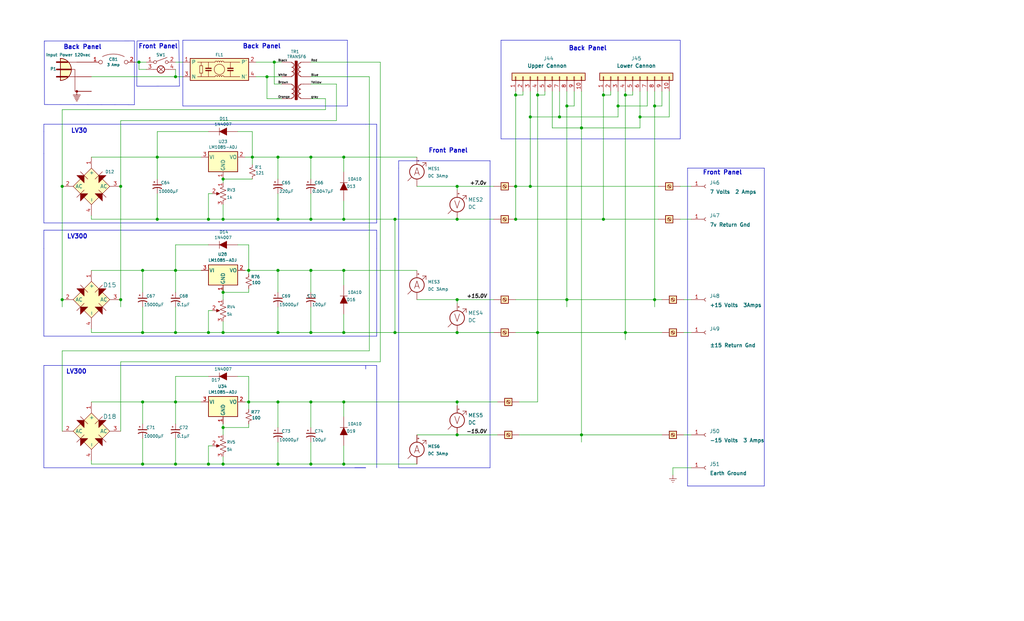
<source format=kicad_sch>
(kicad_sch (version 20231120) (generator "eeschema") (generator_version "8.0")
  (paper "USLegal")
  (title_block (title "Synth #2") (date "2023-07-27") (rev "0.1") (company "      MLE Tech                  Cedar Park, TX") (comment 2 "In Development"))
  (lib_symbols
    (symbol "Connector:Conn_01x01_Female" (pin_names (offset 1.016) hide)
      (property "Reference" "J" (at 0 2.54 0))
      (property "Value" "Conn_01x01_Female" (at 0 -2.54 0))
      (symbol "Conn_01x01_Female_1_1"
        (pin passive line (at -5.08 0 0) (length 3.81) (name "Pin_1") (number "1"))
      )
    )
    (symbol "Connector:Conn_WallPlug_Earth" (pin_numbers hide) (pin_names (offset 0) hide)
      (property "Reference" "P" (at 0 3.81 0))
      (property "Value" "Conn_WallPlug_Earth" (at -5.08 0 90))
      (symbol "Conn_WallPlug_Earth_1_1"
        (pin power_out line (at 7.62 2.54 180) (length 5.08) (name "AC_P") (number "1"))
        (pin power_out line (at 7.62 -2.54 180) (length 5.08) (name "AC_N") (number "2"))
        (pin passive line (at 7.62 -7.62 180) (length 5.08) (name "EARTH") (number "3"))
      )
    )
    (symbol "Connector_Generic:Conn_01x10" (pin_names (offset 1.016) hide)
      (property "Reference" "J" (at 0 12.7 0))
      (property "Value" "Conn_01x10" (at 0 -15.24 0))
      (symbol "Conn_01x10_1_1"
        (pin passive line (at -5.08 10.16 0) (length 3.81) (name "Pin_1") (number "1"))
        (pin passive line (at -5.08 -12.7 0) (length 3.81) (name "Pin_10") (number "10"))
        (pin passive line (at -5.08 7.62 0) (length 3.81) (name "Pin_2") (number "2"))
        (pin passive line (at -5.08 5.08 0) (length 3.81) (name "Pin_3") (number "3"))
        (pin passive line (at -5.08 2.54 0) (length 3.81) (name "Pin_4") (number "4"))
        (pin passive line (at -5.08 0 0) (length 3.81) (name "Pin_5") (number "5"))
        (pin passive line (at -5.08 -2.54 0) (length 3.81) (name "Pin_6") (number "6"))
        (pin passive line (at -5.08 -5.08 0) (length 3.81) (name "Pin_7") (number "7"))
        (pin passive line (at -5.08 -7.62 0) (length 3.81) (name "Pin_8") (number "8"))
        (pin passive line (at -5.08 -10.16 0) (length 3.81) (name "Pin_9") (number "9"))
      )
    )
    (symbol "Device:Ammeter_DC" (pin_numbers hide) (pin_names (offset 0.0254) hide)
      (property "Reference" "MES" (at -3.302 1.016 0))
      (property "Value" "Ammeter_DC" (at -3.302 -0.762 0))
      (symbol "Ammeter_DC_0_0"
        (text "A" (at 0 0 0) (effects (font (size 2.54 2.54))))
      )
      (symbol "Ammeter_DC_1_1"
        (pin passive line (at 0 -5.08 90) (length 2.54) (name "-") (number "1"))
        (pin passive line (at 0 5.08 270) (length 2.54) (name "+") (number "2"))
      )
    )
    (symbol "Device:C_Polarized_Small_US" (pin_numbers hide) (pin_names (offset 0.254) hide)
      (property "Reference" "C" (at 0.254 1.778 0))
      (property "Value" "C_Polarized_Small_US" (at 0.254 -2.032 0))
      (symbol "C_Polarized_Small_US_1_1"
        (pin passive line (at 0 2.54 270) (length 2.032) (name "~") (number "1"))
        (pin passive line (at 0 -2.54 90) (length 2.032) (name "~") (number "2"))
      )
    )
    (symbol "Device:CircuitBreaker_1P_US"
      (property "Reference" "CB" (at 3.175 -1.27 0))
      (property "Value" "CircuitBreaker_1P_US" (at 3.175 0.635 0))
      (symbol "CircuitBreaker_1P_US_1_1"
        (pin passive line (at 0 7.62 270) (length 2.54) (name "~") (number "1"))
        (pin passive line (at 0 -7.62 90) (length 2.54) (name "~") (number "2"))
      )
    )
    (symbol "Device:R_Potentiometer_US" (pin_names (offset 1.016) hide)
      (property "Reference" "RV" (at -4.445 0 90))
      (property "Value" "R_Potentiometer_US" (at -2.54 0 90))
      (symbol "R_Potentiometer_US_1_1"
        (pin passive line (at 0 3.81 270) (length 1.27) (name "1") (number "1"))
        (pin passive line (at 3.81 0 180) (length 1.27) (name "2") (number "2"))
        (pin passive line (at 0 -3.81 90) (length 1.27) (name "3") (number "3"))
      )
    )
    (symbol "Device:R_Small_US" (pin_numbers hide) (pin_names (offset 0.254) hide)
      (property "Reference" "R" (at 0.762 0.508 0))
      (property "Value" "R_Small_US" (at 0.762 -1.016 0))
      (symbol "R_Small_US_1_1"
        (pin passive line (at 0 2.54 270) (length 1.016) (name "~") (number "1"))
        (pin passive line (at 0 -2.54 90) (length 1.016) (name "~") (number "2"))
      )
    )
    (symbol "Device:Voltmeter_DC" (pin_numbers hide) (pin_names (offset 0.0254) hide)
      (property "Reference" "MES" (at -3.302 1.016 0))
      (property "Value" "Voltmeter_DC" (at -3.302 -0.762 0))
      (symbol "Voltmeter_DC_0_0"
        (text "V" (at 0 0 0) (effects (font (size 2.54 2.54))))
      )
      (symbol "Voltmeter_DC_1_1"
        (pin passive line (at 0 -5.08 90) (length 2.54) (name "-") (number "1"))
        (pin passive line (at 0 5.08 270) (length 2.54) (name "+") (number "2"))
      )
    )
    (symbol "Filter:1FP45-0R"
      (property "Reference" "FL" (at 0 7.62 0))
      (property "Value" "1FP45-0R" (at 0 5.08 0))
      (symbol "1FP45-0R_1_1"
        (pin passive line (at -12.7 2.54 0) (length 2.54) (name "P") (number "1"))
        (pin passive line (at 12.7 2.54 180) (length 2.54) (name "P'") (number "2"))
        (pin passive line (at -12.7 -2.54 0) (length 2.54) (name "N") (number "3"))
        (pin passive line (at 12.7 -2.54 180) (length 2.54) (name "N'") (number "4"))
      )
    )
    (symbol "Regulator_Linear:LM1117-5.0" (pin_names (offset 0.254))
      (property "Reference" "U" (at -3.81 3.175 0))
      (property "Value" "LM1117-5.0" (at 0 3.175 0))
      (symbol "LM1117-5.0_1_1"
        (pin power_in line (at 0 -7.62 90) (length 2.54) (name "GND") (number "1"))
        (pin power_out line (at 7.62 0 180) (length 2.54) (name "VO") (number "2"))
        (pin power_in line (at -7.62 0 0) (length 2.54) (name "VI") (number "3"))
      )
    )
    (symbol "ScrewTerminal:Screw_Terminal"
      (symbol "Screw_Terminal_1_1"
        (pin bidirectional line (at -5.08 -2.54 0) (length 2.54) (name "") (number ""))
        (pin bidirectional line (at 2.54 -2.54 180) (length 2.54) (name "") (number ""))
      )
    )
    (symbol "Switch:SW_SPST_Lamp" (pin_names (offset 1.016) hide)
      (property "Reference" "SW" (at 0.635 5.715 0))
      (property "Value" "SW_SPST_Lamp" (at 0 -3.175 0))
      (symbol "SW_SPST_Lamp_0_1"
        (pin passive line (at -5.08 2.54 0) (length 2.54) (name "1") (number "1"))
        (pin passive line (at 5.08 2.54 180) (length 2.54) (name "2") (number "2"))
        (pin passive line (at -5.08 0 0) (length 2.54) (name "L") (number "3"))
        (pin passive line (at 5.08 0 180) (length 2.54) (name "L") (number "4"))
      )
    )
    (symbol "Transformer:TRANSF6" (pin_numbers hide) (pin_names (offset 0))
      (property "Reference" "TR" (at 0 10.16 0))
      (property "Value" "TRANSF6" (at 0 -7.62 0))
      (symbol "TRANSF6_1_1"
        (pin passive line (at -5.08 7.62 0) (length 2.54) (name "~") (number "1"))
        (pin passive line (at -5.08 2.54 0) (length 2.54) (name "~") (number "2"))
        (pin passive line (at -5.08 0 0) (length 2.54) (name "~") (number "3"))
        (pin passive line (at -5.08 -5.08 0) (length 2.54) (name "~") (number "4"))
        (pin passive line (at 5.08 -5.08 180) (length 2.54) (name "~") (number "5"))
        (pin passive line (at 5.08 0 180) (length 2.54) (name "~") (number "6"))
        (pin passive line (at 5.08 2.54 180) (length 2.54) (name "~") (number "7"))
        (pin passive line (at 5.08 7.62 180) (length 2.54) (name "~") (number "8"))
      )
    )
    (symbol "dk_Diodes-Bridge-Rectifiers:KBP04G" (pin_names (offset 0.762))
      (property "Reference" "D" (at -7.62 6.35 0))
      (property "Value" "KBP04G" (at 1.27 -7.62 0))
      (symbol "KBP04G_1_1"
        (pin power_out line (at 10.16 0 180) (length 3.81) (name "+") (number "1"))
        (pin power_in line (at 0 10.16 270) (length 3.81) (name "AC") (number "2"))
        (pin power_in line (at 0 -10.16 90) (length 3.81) (name "AC") (number "3"))
        (pin power_out line (at -10.16 0 0) (length 3.81) (name "-") (number "4"))
      )
    )
    (symbol "dk_Diodes-Rectifiers-Single:1N4007-T_NRND" (pin_numbers hide) (pin_names (offset 0) hide)
      (property "Reference" "D" (at 0 2.54 0))
      (property "Value" "1N4007-T_NRND" (at 0 -2.54 0))
      (symbol "1N4007-T_NRND_1_1"
        (pin passive line (at -5.08 0 0) (length 3.81) (name "~") (number "A"))
        (pin passive line (at 5.08 0 180) (length 3.81) (name "~") (number "K"))
      )
    )
    (symbol "power:Earth" (power) (pin_names (offset 0))
      (symbol "Earth_1_1"
        (pin power_in line (at 0 0 270) (length 0) hide (name "Earth") (number "1"))
      )
    )
  )
  (junction (at 77.47 161.29))
  (junction (at 60.96 93.98))
  (junction (at 119.38 54.61))
  (junction (at 49.53 93.98))
  (junction (at 201.93 44.45))
  (junction (at 186.69 115.57))
  (junction (at 60.96 139.7))
  (junction (at 209.55 76.2))
  (junction (at 194.31 40.64))
  (junction (at 95.25 21.59))
  (junction (at 72.39 115.57))
  (junction (at 107.95 161.29))
  (junction (at 96.52 139.7))
  (junction (at 107.95 115.57))
  (junction (at 77.47 76.2))
  (junction (at 184.15 64.77))
  (junction (at 184.15 40.64))
  (junction (at 96.52 115.57))
  (junction (at 54.61 76.2))
  (junction (at 107.95 76.2))
  (junction (at 158.75 115.57))
  (junction (at 201.93 151.13))
  (junction (at 49.53 161.29))
  (junction (at 209.55 33.02))
  (junction (at 119.38 139.7))
  (junction (at 107.95 93.98))
  (junction (at 41.91 64.77))
  (junction (at 60.96 115.57))
  (junction (at 49.53 115.57))
  (junction (at 49.53 139.7))
  (junction (at 87.63 54.61))
  (junction (at 158.75 64.77))
  (junction (at 86.36 139.7))
  (junction (at 48.26 21.59))
  (junction (at 119.38 93.98))
  (junction (at 77.47 62.23))
  (junction (at 54.61 54.61))
  (junction (at 158.75 151.13))
  (junction (at 96.52 161.29))
  (junction (at 60.96 161.29))
  (junction (at 227.33 36.83))
  (junction (at 77.47 101.6))
  (junction (at 186.69 33.02))
  (junction (at 179.07 33.02))
  (junction (at 72.39 161.29))
  (junction (at 119.38 115.57))
  (junction (at 119.38 161.29))
  (junction (at 222.25 40.64))
  (junction (at 72.39 76.2))
  (junction (at 96.52 93.98))
  (junction (at 137.16 76.2))
  (junction (at 137.16 115.57))
  (junction (at 119.38 76.2))
  (junction (at 21.59 104.14))
  (junction (at 196.85 36.83))
  (junction (at 217.17 115.57))
  (junction (at 158.75 76.2))
  (junction (at 179.07 64.77))
  (junction (at 107.95 139.7))
  (junction (at 227.33 104.14))
  (junction (at 21.59 64.77))
  (junction (at 107.95 54.61))
  (junction (at 92.71 26.67))
  (junction (at 217.17 33.02))
  (junction (at 77.47 115.57))
  (junction (at 96.52 76.2))
  (junction (at 60.96 26.67))
  (junction (at 214.63 36.83))
  (junction (at 77.47 148.59))
  (junction (at 86.36 93.98))
  (junction (at 41.91 104.14))
  (junction (at 158.75 139.7))
  (junction (at 158.75 104.14))
  (junction (at 96.52 54.61))
  (junction (at 179.07 76.2))
  (junction (at 196.85 104.14))
  (wire (pts (xy 49.53 161.29) (xy 60.96 161.29)))
  (wire (pts (xy 86.36 95.25) (xy 86.36 93.98)))
  (wire (pts (xy 171.45 76.2) (xy 158.75 76.2)))
  (wire (pts (xy 107.95 93.98) (xy 119.38 93.98)))
  (wire (pts (xy 21.59 38.1) (xy 21.59 64.77)))
  (wire (pts (xy 86.36 148.59) (xy 77.47 148.59)))
  (wire (pts (xy 186.69 33.02) (xy 186.69 115.57)))
  (polyline (pts (xy 130.81 43.18) (xy 130.81 77.47)))
  (wire (pts (xy 86.36 139.7) (xy 85.09 139.7)))
  (wire (pts (xy 227.33 36.83) (xy 227.33 104.14)))
  (wire (pts (xy 224.79 36.83) (xy 214.63 36.83)))
  (wire (pts (xy 237.49 115.57) (xy 240.03 115.57)))
  (wire (pts (xy 214.63 31.75) (xy 214.63 36.83)))
  (wire (pts (xy 48.26 24.13) (xy 48.26 21.59)))
  (polyline (pts (xy 130.81 127) (xy 130.81 162.56)))
  (wire (pts (xy 87.63 54.61) (xy 85.09 54.61)))
  (wire (pts (xy 72.39 85.09) (xy 60.96 85.09)))
  (wire (pts (xy 96.52 139.7) (xy 86.36 139.7)))
  (wire (pts (xy 31.75 161.29) (xy 31.75 160.02)))
  (wire (pts (xy 196.85 31.75) (xy 196.85 36.83)))
  (wire (pts (xy 227.33 36.83) (xy 229.87 36.83)))
  (wire (pts (xy 96.52 139.7) (xy 107.95 139.7)))
  (wire (pts (xy 201.93 31.75) (xy 201.93 44.45)))
  (wire (pts (xy 96.52 153.67) (xy 96.52 161.29)))
  (wire (pts (xy 179.07 115.57) (xy 186.69 115.57)))
  (wire (pts (xy 87.63 45.72) (xy 87.63 54.61)))
  (wire (pts (xy 72.39 67.31) (xy 72.39 76.2)))
  (wire (pts (xy 172.72 139.7) (xy 158.75 139.7)))
  (wire (pts (xy 60.96 115.57) (xy 72.39 115.57)))
  (wire (pts (xy 236.22 64.77) (xy 240.03 64.77)))
  (wire (pts (xy 158.75 66.04) (xy 158.75 64.77)))
  (wire (pts (xy 96.52 76.2) (xy 107.95 76.2)))
  (wire (pts (xy 41.91 149.86) (xy 41.91 125.73)))
  (wire (pts (xy 107.95 29.21) (xy 116.84 29.21)))
  (wire (pts (xy 181.61 31.75) (xy 181.61 33.02)))
  (wire (pts (xy 107.95 76.2) (xy 107.95 67.31)))
  (wire (pts (xy 229.87 151.13) (xy 201.93 151.13)))
  (wire (pts (xy 186.69 115.57) (xy 186.69 139.7)))
  (wire (pts (xy 196.85 36.83) (xy 196.85 104.14)))
  (polyline (pts (xy 127 162.56) (xy 15.24 162.56)))
  (polyline (pts (xy 63.5 13.97) (xy 120.65 13.97)))
  (wire (pts (xy 237.49 104.14) (xy 240.03 104.14)))
  (wire (pts (xy 180.34 151.13) (xy 201.93 151.13)))
  (wire (pts (xy 199.39 36.83) (xy 199.39 31.75)))
  (wire (pts (xy 77.47 111.76) (xy 77.47 115.57)))
  (wire (pts (xy 214.63 40.64) (xy 214.63 36.83)))
  (wire (pts (xy 60.96 101.6) (xy 60.96 93.98)))
  (wire (pts (xy 209.55 33.02) (xy 209.55 76.2)))
  (wire (pts (xy 86.36 130.81) (xy 86.36 139.7)))
  (wire (pts (xy 184.15 40.64) (xy 184.15 64.77)))
  (wire (pts (xy 49.53 115.57) (xy 60.96 115.57)))
  (wire (pts (xy 209.55 76.2) (xy 228.6 76.2)))
  (wire (pts (xy 119.38 139.7) (xy 158.75 139.7)))
  (wire (pts (xy 171.45 115.57) (xy 158.75 115.57)))
  (wire (pts (xy 137.16 115.57) (xy 158.75 115.57)))
  (wire (pts (xy 92.71 26.67) (xy 97.79 26.67)))
  (polyline (pts (xy 63.5 36.83) (xy 120.65 36.83)))
  (wire (pts (xy 31.75 76.2) (xy 31.75 74.93)))
  (wire (pts (xy 63.5 26.67) (xy 60.96 26.67)))
  (wire (pts (xy 86.36 85.09) (xy 86.36 93.98)))
  (wire (pts (xy 96.52 101.6) (xy 96.52 93.98)))
  (wire (pts (xy 184.15 31.75) (xy 184.15 40.64)))
  (wire (pts (xy 72.39 130.81) (xy 60.96 130.81)))
  (wire (pts (xy 219.71 33.02) (xy 217.17 33.02)))
  (wire (pts (xy 217.17 115.57) (xy 229.87 115.57)))
  (wire (pts (xy 119.38 76.2) (xy 137.16 76.2)))
  (wire (pts (xy 217.17 33.02) (xy 217.17 115.57)))
  (wire (pts (xy 86.36 93.98) (xy 85.09 93.98)))
  (wire (pts (xy 227.33 31.75) (xy 227.33 36.83)))
  (wire (pts (xy 92.71 26.67) (xy 92.71 34.29)))
  (wire (pts (xy 179.07 76.2) (xy 209.55 76.2)))
  (wire (pts (xy 77.47 161.29) (xy 96.52 161.29)))
  (wire (pts (xy 227.33 104.14) (xy 229.87 104.14)))
  (wire (pts (xy 86.36 142.24) (xy 86.36 139.7)))
  (wire (pts (xy 87.63 57.15) (xy 87.63 54.61)))
  (wire (pts (xy 107.95 26.67) (xy 128.27 26.67)))
  (wire (pts (xy 72.39 45.72) (xy 54.61 45.72)))
  (wire (pts (xy 222.25 31.75) (xy 222.25 40.64)))
  (wire (pts (xy 77.47 71.12) (xy 77.47 76.2)))
  (polyline (pts (xy 238.76 58.42) (xy 238.76 168.91)))
  (polyline (pts (xy 15.24 86.36) (xy 15.24 80.01)))
  (wire (pts (xy 232.41 40.64) (xy 232.41 31.75)))
  (polyline (pts (xy 47.6504 14.224) (xy 62.103 14.0462)))
  (wire (pts (xy 196.85 36.83) (xy 199.39 36.83)))
  (polyline (pts (xy 15.24 45.72) (xy 15.24 53.34)))
  (wire (pts (xy 31.75 161.29) (xy 49.53 161.29)))
  (wire (pts (xy 95.25 21.59) (xy 95.25 29.21)))
  (wire (pts (xy 60.96 130.81) (xy 60.96 139.7)))
  (wire (pts (xy 49.53 93.98) (xy 60.96 93.98)))
  (wire (pts (xy 72.39 161.29) (xy 60.96 161.29)))
  (wire (pts (xy 144.78 151.13) (xy 158.75 151.13)))
  (wire (pts (xy 49.53 139.7) (xy 60.96 139.7)))
  (wire (pts (xy 107.95 62.23) (xy 107.95 54.61)))
  (wire (pts (xy 73.66 67.31) (xy 72.39 67.31)))
  (wire (pts (xy 191.77 31.75) (xy 191.77 44.45)))
  (wire (pts (xy 236.22 76.2) (xy 240.03 76.2)))
  (wire (pts (xy 77.47 101.6) (xy 77.47 100.33)))
  (polyline (pts (xy 62.103 14.0462) (xy 62.3316 29.9212)))
  (polyline (pts (xy 138.43 58.42) (xy 138.43 162.56)))
  (wire (pts (xy 128.27 26.67) (xy 128.27 121.92)))
  (wire (pts (xy 107.95 139.7) (xy 119.38 139.7)))
  (wire (pts (xy 194.31 40.64) (xy 184.15 40.64)))
  (wire (pts (xy 49.53 101.6) (xy 49.53 93.98)))
  (wire (pts (xy 179.07 64.77) (xy 184.15 64.77)))
  (wire (pts (xy 107.95 161.29) (xy 119.38 161.29)))
  (wire (pts (xy 240.03 162.56) (xy 233.68 162.56)))
  (wire (pts (xy 222.25 40.64) (xy 232.41 40.64)))
  (wire (pts (xy 72.39 76.2) (xy 77.47 76.2)))
  (wire (pts (xy 196.85 104.14) (xy 196.85 106.68)))
  (polyline (pts (xy 47.5234 29.9466) (xy 47.5742 14.224)))
  (wire (pts (xy 107.95 21.59) (xy 132.08 21.59)))
  (polyline (pts (xy 236.22 48.26) (xy 236.22 13.97)))
  (polyline (pts (xy 123.19 162.56) (xy 127 162.56)))
  (wire (pts (xy 119.38 144.78) (xy 119.38 139.7)))
  (wire (pts (xy 88.9 26.67) (xy 92.71 26.67)))
  (wire (pts (xy 179.07 31.75) (xy 179.07 33.02)))
  (wire (pts (xy 209.55 31.75) (xy 209.55 33.02)))
  (wire (pts (xy 96.52 93.98) (xy 86.36 93.98)))
  (wire (pts (xy 96.52 161.29) (xy 107.95 161.29)))
  (wire (pts (xy 31.75 54.61) (xy 54.61 54.61)))
  (wire (pts (xy 60.96 24.13) (xy 60.96 26.67)))
  (wire (pts (xy 77.47 62.23) (xy 87.63 62.23)))
  (wire (pts (xy 69.85 139.7) (xy 60.96 139.7)))
  (wire (pts (xy 95.25 21.59) (xy 97.79 21.59)))
  (wire (pts (xy 144.78 64.77) (xy 158.75 64.77)))
  (polyline (pts (xy 173.99 13.97) (xy 236.22 13.97)))
  (wire (pts (xy 107.95 54.61) (xy 119.38 54.61)))
  (wire (pts (xy 31.75 115.57) (xy 49.53 115.57)))
  (wire (pts (xy 21.59 64.77) (xy 21.59 104.14)))
  (wire (pts (xy 77.47 148.59) (xy 77.47 147.32)))
  (wire (pts (xy 54.61 54.61) (xy 69.85 54.61)))
  (wire (pts (xy 194.31 31.75) (xy 194.31 40.64)))
  (wire (pts (xy 128.27 121.92) (xy 21.59 121.92)))
  (polyline (pts (xy 130.81 77.47) (xy 15.24 77.47)))
  (wire (pts (xy 144.78 104.14) (xy 158.75 104.14)))
  (wire (pts (xy 82.55 45.72) (xy 87.63 45.72)))
  (wire (pts (xy 50.8 24.13) (xy 48.26 24.13)))
  (wire (pts (xy 72.39 154.94) (xy 72.39 161.29)))
  (wire (pts (xy 49.53 152.4) (xy 49.53 161.29)))
  (wire (pts (xy 41.91 104.14) (xy 41.91 106.68)))
  (wire (pts (xy 158.75 140.97) (xy 158.75 139.7)))
  (wire (pts (xy 31.75 93.98) (xy 49.53 93.98)))
  (wire (pts (xy 119.38 93.98) (xy 144.78 93.98)))
  (wire (pts (xy 107.95 115.57) (xy 119.38 115.57)))
  (wire (pts (xy 97.79 29.21) (xy 95.25 29.21)))
  (polyline (pts (xy 238.76 58.42) (xy 265.43 58.42)))
  (wire (pts (xy 227.33 104.14) (xy 227.33 106.68)))
  (wire (pts (xy 96.52 115.57) (xy 107.95 115.57)))
  (polyline (pts (xy 173.99 48.26) (xy 236.22 48.26)))
  (wire (pts (xy 107.95 148.59) (xy 107.95 139.7)))
  (wire (pts (xy 96.52 54.61) (xy 87.63 54.61)))
  (wire (pts (xy 96.52 67.31) (xy 96.52 76.2)))
  (wire (pts (xy 119.38 115.57) (xy 137.16 115.57)))
  (polyline (pts (xy 170.18 55.88) (xy 170.18 162.56)))
  (polyline (pts (xy 15.24 45.72) (xy 15.24 43.18)))
  (wire (pts (xy 132.08 21.59) (xy 132.08 125.73)))
  (wire (pts (xy 113.03 38.1) (xy 21.59 38.1)))
  (polyline (pts (xy 138.43 55.88) (xy 170.18 55.88)))
  (wire (pts (xy 60.96 106.68) (xy 60.96 115.57)))
  (wire (pts (xy 217.17 31.75) (xy 217.17 33.02)))
  (wire (pts (xy 194.31 40.64) (xy 214.63 40.64)))
  (wire (pts (xy 77.47 115.57) (xy 96.52 115.57)))
  (wire (pts (xy 31.75 139.7) (xy 49.53 139.7)))
  (wire (pts (xy 119.38 161.29) (xy 144.78 161.29)))
  (wire (pts (xy 229.87 36.83) (xy 229.87 31.75)))
  (wire (pts (xy 107.95 101.6) (xy 107.95 93.98)))
  (wire (pts (xy 119.38 59.69) (xy 119.38 54.61)))
  (wire (pts (xy 212.09 33.02) (xy 209.55 33.02)))
  (wire (pts (xy 77.47 151.13) (xy 77.47 148.59)))
  (wire (pts (xy 86.36 147.32) (xy 86.36 148.59)))
  (polyline (pts (xy 127 43.18) (xy 130.81 43.18)))
  (wire (pts (xy 201.93 44.45) (xy 201.93 151.13)))
  (wire (pts (xy 222.25 44.45) (xy 201.93 44.45)))
  (wire (pts (xy 48.26 21.59) (xy 46.99 21.59)))
  (wire (pts (xy 96.52 106.68) (xy 96.52 115.57)))
  (wire (pts (xy 179.07 33.02) (xy 179.07 64.77)))
  (polyline (pts (xy 15.24 53.34) (xy 15.24 77.47)))
  (wire (pts (xy 189.23 33.02) (xy 186.69 33.02)))
  (wire (pts (xy 224.79 31.75) (xy 224.79 36.83)))
  (wire (pts (xy 31.75 115.57) (xy 31.75 114.3)))
  (polyline (pts (xy 15.24 80.01) (xy 130.81 80.01)))
  (wire (pts (xy 77.47 161.29) (xy 72.39 161.29)))
  (wire (pts (xy 60.96 26.67) (xy 31.75 26.67)))
  (wire (pts (xy 196.85 104.14) (xy 227.33 104.14)))
  (wire (pts (xy 119.38 54.61) (xy 144.78 54.61)))
  (wire (pts (xy 179.07 104.14) (xy 196.85 104.14)))
  (polyline (pts (xy 15.24 86.36) (xy 15.24 116.84)))
  (wire (pts (xy 180.34 139.7) (xy 186.69 139.7)))
  (polyline (pts (xy 130.81 80.01) (xy 130.81 86.36)))
  (polyline (pts (xy 120.65 36.83) (xy 120.65 13.97)))
  (wire (pts (xy 113.03 34.29) (xy 113.03 38.1)))
  (polyline (pts (xy 46.5582 14.224) (xy 15.3924 14.2494)))
  (wire (pts (xy 31.75 76.2) (xy 54.61 76.2)))
  (wire (pts (xy 189.23 31.75) (xy 189.23 33.02)))
  (wire (pts (xy 222.25 40.64) (xy 222.25 44.45)))
  (polyline (pts (xy 15.3924 14.2494) (xy 15.4432 36.322)))
  (wire (pts (xy 49.53 106.68) (xy 49.53 115.57)))
  (wire (pts (xy 119.38 69.85) (xy 119.38 76.2)))
  (wire (pts (xy 228.6 64.77) (xy 184.15 64.77)))
  (wire (pts (xy 86.36 100.33) (xy 86.36 101.6)))
  (polyline (pts (xy 170.18 162.56) (xy 138.43 162.56)))
  (wire (pts (xy 21.59 104.14) (xy 21.59 106.68)))
  (wire (pts (xy 212.09 31.75) (xy 212.09 33.02)))
  (wire (pts (xy 88.9 21.59) (xy 95.25 21.59)))
  (wire (pts (xy 219.71 31.75) (xy 219.71 33.02)))
  (wire (pts (xy 77.47 62.23) (xy 77.47 63.5)))
  (wire (pts (xy 96.52 148.59) (xy 96.52 139.7)))
  (wire (pts (xy 54.61 76.2) (xy 72.39 76.2)))
  (wire (pts (xy 119.38 99.06) (xy 119.38 93.98)))
  (polyline (pts (xy 63.5 13.97) (xy 63.5 36.83)))
  (wire (pts (xy 41.91 125.73) (xy 132.08 125.73)))
  (wire (pts (xy 69.85 93.98) (xy 60.96 93.98)))
  (wire (pts (xy 60.96 85.09) (xy 60.96 93.98)))
  (wire (pts (xy 233.68 162.56) (xy 233.68 165.1)))
  (polyline (pts (xy 130.81 86.36) (xy 130.81 116.84)))
  (polyline (pts (xy 127 127) (xy 127 128.27)))
  (wire (pts (xy 54.61 62.23) (xy 54.61 54.61)))
  (polyline (pts (xy 130.81 116.84) (xy 15.24 116.84)))
  (wire (pts (xy 50.8 21.59) (xy 48.26 21.59)))
  (wire (pts (xy 113.03 34.29) (xy 107.95 34.29)))
  (polyline (pts (xy 15.24 127) (xy 130.81 127)))
  (wire (pts (xy 21.59 121.92) (xy 21.59 149.86)))
  (wire (pts (xy 201.93 151.13) (xy 201.93 153.67)))
  (wire (pts (xy 119.38 109.22) (xy 119.38 115.57)))
  (wire (pts (xy 119.38 154.94) (xy 119.38 161.29)))
  (wire (pts (xy 171.45 64.77) (xy 158.75 64.77)))
  (polyline (pts (xy 138.43 58.42) (xy 138.43 55.88)))
  (polyline (pts (xy 15.24 43.18) (xy 127 43.18)))
  (wire (pts (xy 96.52 54.61) (xy 107.95 54.61)))
  (polyline (pts (xy 62.3316 29.9212) (xy 47.5234 29.9466)))
  (polyline (pts (xy 173.99 13.97) (xy 173.99 48.26)))
  (wire (pts (xy 107.95 161.29) (xy 107.95 153.67)))
  (wire (pts (xy 107.95 115.57) (xy 107.95 106.68)))
  (wire (pts (xy 97.79 34.29) (xy 92.71 34.29)))
  (wire (pts (xy 54.61 67.31) (xy 54.61 76.2)))
  (wire (pts (xy 77.47 158.75) (xy 77.47 161.29)))
  (wire (pts (xy 77.47 104.14) (xy 77.47 101.6)))
  (wire (pts (xy 137.16 76.2) (xy 158.75 76.2)))
  (wire (pts (xy 172.72 151.13) (xy 158.75 151.13)))
  (wire (pts (xy 86.36 101.6) (xy 77.47 101.6)))
  (wire (pts (xy 63.5 21.59) (xy 60.96 21.59)))
  (wire (pts (xy 77.47 76.2) (xy 96.52 76.2)))
  (wire (pts (xy 237.49 151.13) (xy 240.03 151.13)))
  (polyline (pts (xy 170.18 55.88) (xy 170.18 55.88)))
  (wire (pts (xy 73.66 154.94) (xy 72.39 154.94)))
  (wire (pts (xy 181.61 33.02) (xy 179.07 33.02)))
  (wire (pts (xy 217.17 115.57) (xy 217.17 118.11)))
  (polyline (pts (xy 46.6852 14.1224) (xy 46.6852 36.3982)))
  (wire (pts (xy 191.77 44.45) (xy 201.93 44.45)))
  (polyline (pts (xy 15.4432 36.322) (xy 46.6852 36.3982)))
  (polyline (pts (xy 265.43 168.91) (xy 238.76 168.91)))
  (wire (pts (xy 60.96 152.4) (xy 60.96 161.29)))
  (wire (pts (xy 41.91 41.91) (xy 41.91 64.77)))
  (wire (pts (xy 179.07 64.77) (xy 179.07 76.2)))
  (polyline (pts (xy 15.24 127) (xy 15.24 162.56)))
  (wire (pts (xy 107.95 76.2) (xy 119.38 76.2)))
  (wire (pts (xy 186.69 31.75) (xy 186.69 33.02)))
  (wire (pts (xy 41.91 41.91) (xy 116.84 41.91)))
  (wire (pts (xy 96.52 62.23) (xy 96.52 54.61)))
  (wire (pts (xy 73.66 107.95) (xy 72.39 107.95)))
  (wire (pts (xy 116.84 29.21) (xy 116.84 41.91)))
  (wire (pts (xy 49.53 147.32) (xy 49.53 139.7)))
  (wire (pts (xy 72.39 107.95) (xy 72.39 115.57)))
  (wire (pts (xy 158.75 104.14) (xy 171.45 104.14)))
  (wire (pts (xy 77.47 115.57) (xy 72.39 115.57)))
  (wire (pts (xy 96.52 93.98) (xy 107.95 93.98)))
  (wire (pts (xy 82.55 130.81) (xy 86.36 130.81)))
  (polyline (pts (xy 265.43 58.42) (xy 265.43 168.91)))
  (wire (pts (xy 137.16 76.2) (xy 137.16 115.57)))
  (wire (pts (xy 54.61 45.72) (xy 54.61 54.61)))
  (wire (pts (xy 82.55 85.09) (xy 86.36 85.09)))
  (wire (pts (xy 158.75 105.41) (xy 158.75 104.14)))
  (wire (pts (xy 41.91 64.77) (xy 41.91 104.14)))
  (wire (pts (xy 60.96 139.7) (xy 60.96 147.32)))
  (wire (pts (xy 186.69 115.57) (xy 217.17 115.57)))
  (text "Back Panel" (at 35.3568 17.3482 0) (effects (font (size 1.524 1.524) (thickness 0.3048) (bold yes)) (justify right bottom)))
  (text "LV300" (at 30.48 83.185 0) (effects (font (size 1.524 1.524) (thickness 0.3048) (bold yes)) (justify right bottom)))
  (text "Front Panel" (at 162.56 53.34 0) (effects (font (size 1.524 1.524) (thickness 0.3048) (bold yes)) (justify right bottom)))
  (text "Back Panel" (at 210.82 17.78 0) (effects (font (size 1.524 1.524) (thickness 0.3048) (bold yes)) (justify right bottom)))
  (text "Front Panel" (at 257.81 60.96 0) (effects (font (size 1.524 1.524) (thickness 0.3048) (bold yes)) (justify right bottom)))
  (text "LV30" (at 30.4292 46.4566 0) (effects (font (size 1.524 1.524) (thickness 0.3048) (bold yes)) (justify right bottom)))
  (text "Back Panel" (at 97.6122 17.0942 0) (effects (font (size 1.524 1.524) (thickness 0.3048) (bold yes)) (justify right bottom)))
  (text "LV300" (at 30.1752 130.1496 0) (effects (font (size 1.524 1.524) (thickness 0.3048) (bold yes)) (justify right bottom)))
  (text "Front Panel" (at 61.8236 17.1196 0) (effects (font (size 1.524 1.524) (thickness 0.3048) (bold yes)) (justify right bottom)))
  (label "Brown" (at 96.52 29.21 0) (effects (font (size 0.762 0.762))))
  (label "+7.0v" (at 168.9608 64.7446 180) (effects (font (thickness 0.254) (bold yes) (italic yes))))
  (label "+15.0V" (at 169.1894 104.0384 180) (effects (font (thickness 0.254) (bold yes) (italic yes))))
  (label "gray" (at 107.95 34.29 0) (effects (font (size 0.762 0.762))))
  (label "Red" (at 107.95 21.59 0) (effects (font (size 0.762 0.762))))
  (label "Yellow" (at 107.95 29.21 0) (effects (font (size 0.762 0.762))))
  (label "-15.0V" (at 169.0878 151.0792 180) (effects (font (thickness 0.254) (bold yes) (italic yes))))
  (label "Orange" (at 96.52 34.29 0) (effects (font (size 0.762 0.762))))
  (label "Black" (at 96.52 21.59 0) (effects (font (size 0.762 0.762))))
  (label "Blue" (at 107.95 26.67 0) (effects (font (size 0.762 0.762))))
  (label "White" (at 96.52 26.67 0) (effects (font (size 0.762 0.762))))
  (symbol (lib_id "Device:C_Polarized_Small_US") (at 96.52 104.14 0) (unit 1)
    (property "Reference" "C69" (at 97.79 102.87 0) (effects (font (size 1.016 1.016)) (justify left)))
    (property "Value" "15000µF" (at 96.9772 105.8672 0) (effects (font (size 1.016 1.016)) (justify left)))
  )
  (symbol (lib_id "dk_Diodes-Bridge-Rectifiers:KBP04G") (at 31.75 64.77 90) (unit 1)
    (property "Reference" "D12" (at 38.1 59.69 90) (effects (font (size 1.016 1.016))))
    (property "Value" "KBP04G" (effects (hide yes)))
    (property "Footprint" "digikey-footprints:SIP-4_W3.81mm" (effects (hide yes)))
    (property "Datasheet" "https://www.diodes.com/assets/Datasheets/ds21203.pdf" (effects (hide yes)))
    (property "Description" "BRIDGE RECT 1PHASE 400V 1.5A KBP" (effects (hide yes)))
    (property "Digi-Key_PN" "KBP04G-ND" (effects (hide yes)))
    (property "MPN" "KBP04G" (effects (hide yes)))
    (property "Category" "Discrete Semiconductor Products" (effects (hide yes)))
    (property "Family" "Diodes - Bridge Rectifiers" (effects (hide yes)))
    (property "DK_Datasheet_Link" "https://www.diodes.com/assets/Datasheets/ds21203.pdf" (effects (hide yes)))
    (property "DK_Detail_Page" "/product-detail/en/diodes-incorporated/KBP04G/KBP04G-ND/248716" (effects (hide yes)))
    (property "Manufacturer" "Diodes Incorporated" (effects (hide yes)))
    (property "Status" "Active" (effects (hide yes)))
  )
  (symbol (lib_id "Connector:Conn_01x01_Female") (at 245.11 151.13 0) (unit 1)
    (property "Reference" "J50" (at 246.38 149.8599 0) (effects (justify left)))
    (property "Value" "-15 Volts  3 Amps" (at 246.38 153.0349 0) (effects (font (bold yes)) (justify left)))
  )
  (symbol (lib_id "Connector_Generic:Conn_01x10") (at 219.71 26.67 90) (unit 1)
    (property "Reference" "J45" (at 220.98 20.32 90))
    (property "Value" "Lower Cannon" (at 220.98 22.86 90) (effects (font (bold yes))))
  )
  (symbol (lib_name "ScrewTerminal:Screw_Terminal") (lib_id "ScrewTerminal:Screw_Terminal") (at 234.95 148.59 0) (unit 1)
    (property "Reference" "U36" (effects (hide yes)))
    (property "Value" "Screw_Terminal" (effects (hide yes)))
  )
  (symbol (lib_id "Device:Voltmeter_DC") (at 158.75 71.12 0) (unit 1)
    (property "Reference" "MES2" (at 162.56 69.4054 0) (effects (justify left)))
    (property "Value" "DC" (at 162.56 71.9454 0) (effects (justify left)))
  )
  (symbol (lib_name "ScrewTerminal:Screw_Terminal") (lib_id "ScrewTerminal:Screw_Terminal") (at 177.8 137.16 0) (unit 1)
    (property "Reference" "U33" (effects (hide yes)))
    (property "Value" "Screw_Terminal" (effects (hide yes)))
  )
  (symbol (lib_id "Device:C_Polarized_Small_US") (at 107.95 64.77 0) (unit 1)
    (property "Reference" "C66" (at 109.22 63.5 0) (effects (font (size 1.016 1.016)) (justify left)))
    (property "Value" "0.0047µF" (at 108.4072 66.4972 0) (effects (font (size 1.016 1.016)) (justify left)))
  )
  (symbol (lib_id "Device:CircuitBreaker_1P_US") (at 39.37 21.59 90) (unit 1)
    (property "Reference" "CB1" (at 39.37 20.6248 90) (effects (font (size 1.016 1.016))))
    (property "Value" "3 Amp" (at 39.37 22.5044 90) (effects (font (size 0.889 0.889))))
  )
  (symbol (lib_id "dk_Diodes-Rectifiers-Single:1N4007-T_NRND") (at 77.47 130.81 180) (unit 1)
    (property "Reference" "D17" (at 74.93 132.08 0) (effects (font (size 1.016 1.016))))
    (property "Value" "1N4007" (at 77.47 128.27 0) (effects (font (size 1.016 1.016))))
    (property "Footprint" "digikey-footprints:DO-41" (effects (hide yes)))
    (property "Datasheet" "https://www.diodes.com/assets/Datasheets/ds28002.pdf" (effects (hide yes)))
    (property "Description" "DIODE GEN PURP 1KV 1A DO41" (effects (hide yes)))
    (property "Digi-Key_PN" "1N4007DICT-ND" (effects (hide yes)))
    (property "MPN" "1N4007-T" (effects (hide yes)))
    (property "Category" "Discrete Semiconductor Products" (effects (hide yes)))
    (property "Family" "Diodes - Rectifiers - Single" (effects (hide yes)))
    (property "DK_Datasheet_Link" "https://www.diodes.com/assets/Datasheets/ds28002.pdf" (effects (hide yes)))
    (property "DK_Detail_Page" "/product-detail/en/diodes-incorporated/1N4007-T/1N4007DICT-ND/76454" (effects (hide yes)))
    (property "Manufacturer" "Diodes Incorporated" (effects (hide yes)))
    (property "Status" "Not For New Designs" (effects (hide yes)))
  )
  (symbol (lib_id "Device:R_Small_US") (at 86.36 144.78 0) (mirror y) (unit 1)
    (property "Reference" "R77" (at 87.1728 143.2052 0) (effects (font (size 1.016 1.016)) (justify right)))
    (property "Value" "100" (at 87.4522 145.2118 0) (effects (font (size 1.016 1.016)) (justify right)))
  )
  (symbol (lib_id "Device:C_Polarized_Small_US") (at 107.95 104.14 0) (unit 1)
    (property "Reference" "C70" (at 106.68 102.87 0) (effects (font (size 1.016 1.016)) (justify left)))
    (property "Value" "100µF" (at 108.4072 105.8672 0) (effects (font (size 1.016 1.016)) (justify left)))
  )
  (symbol (lib_name "ScrewTerminal:Screw_Terminal") (lib_id "ScrewTerminal:Screw_Terminal") (at 233.68 73.66 0) (unit 1)
    (property "Reference" "U27" (effects (hide yes)))
    (property "Value" "Screw_Terminal" (effects (hide yes)))
  )
  (symbol (lib_id "dk_Diodes-Rectifiers-Single:1N4007-T_NRND") (at 77.47 85.09 0) (mirror y) (unit 1)
    (property "Reference" "D14" (at 77.7494 80.6196 0) (effects (font (size 1.016 1.016))))
    (property "Value" "1N4007" (at 77.47 82.55 0) (effects (font (size 1.016 1.016))))
    (property "Footprint" "digikey-footprints:DO-41" (effects (hide yes)))
    (property "Datasheet" "https://www.diodes.com/assets/Datasheets/ds28002.pdf" (effects (hide yes)))
    (property "Description" "DIODE GEN PURP 1KV 1A DO41" (effects (hide yes)))
    (property "Digi-Key_PN" "1N4007DICT-ND" (effects (hide yes)))
    (property "MPN" "1N4007-T" (effects (hide yes)))
    (property "Category" "Discrete Semiconductor Products" (effects (hide yes)))
    (property "Family" "Diodes - Rectifiers - Single" (effects (hide yes)))
    (property "DK_Datasheet_Link" "https://www.diodes.com/assets/Datasheets/ds28002.pdf" (effects (hide yes)))
    (property "DK_Detail_Page" "/product-detail/en/diodes-incorporated/1N4007-T/1N4007DICT-ND/76454" (effects (hide yes)))
    (property "Manufacturer" "Diodes Incorporated" (effects (hide yes)))
    (property "Status" "Not For New Designs" (effects (hide yes)))
  )
  (symbol (lib_id "dk_Diodes-Rectifiers-Single:1N4007-T_NRND") (at 77.47 45.72 0) (mirror y) (unit 1)
    (property "Reference" "D11" (at 77.7494 41.2496 0) (effects (font (size 1.016 1.016))))
    (property "Value" "1N4007" (at 77.47 43.18 0) (effects (font (size 1.016 1.016))))
    (property "Footprint" "digikey-footprints:DO-41" (effects (hide yes)))
    (property "Datasheet" "https://www.diodes.com/assets/Datasheets/ds28002.pdf" (effects (hide yes)))
    (property "Description" "DIODE GEN PURP 1KV 1A DO41" (effects (hide yes)))
    (property "Digi-Key_PN" "1N4007DICT-ND" (effects (hide yes)))
    (property "MPN" "1N4007-T" (effects (hide yes)))
    (property "Category" "Discrete Semiconductor Products" (effects (hide yes)))
    (property "Family" "Diodes - Rectifiers - Single" (effects (hide yes)))
    (property "DK_Datasheet_Link" "https://www.diodes.com/assets/Datasheets/ds28002.pdf" (effects (hide yes)))
    (property "DK_Detail_Page" "/product-detail/en/diodes-incorporated/1N4007-T/1N4007DICT-ND/76454" (effects (hide yes)))
    (property "Manufacturer" "Diodes Incorporated" (effects (hide yes)))
    (property "Status" "Not For New Designs" (effects (hide yes)))
  )
  (symbol (lib_id "Connector:Conn_01x01_Female") (at 245.11 104.14 0) (unit 1)
    (property "Reference" "J48" (at 246.38 102.8699 0) (effects (justify left)))
    (property "Value" "+15 Volts  3Amps" (at 246.38 106.0449 0) (effects (font (bold yes)) (justify left)))
  )
  (symbol (lib_id "Device:C_Polarized_Small_US") (at 49.53 149.86 0) (unit 1)
    (property "Reference" "C71" (at 50.8 148.59 0) (effects (font (size 1.016 1.016)) (justify left)))
    (property "Value" "10000µF" (at 49.9872 151.5872 0) (effects (font (size 1.016 1.016)) (justify left)))
  )
  (symbol (lib_id "Device:R_Small_US") (at 86.36 97.79 0) (mirror y) (unit 1)
    (property "Reference" "R76" (at 87.1728 96.2152 0) (effects (font (size 1.016 1.016)) (justify right)))
    (property "Value" "100" (at 87.4522 98.2218 0) (effects (font (size 1.016 1.016)) (justify right)))
  )
  (symbol (lib_id "Device:C_Polarized_Small_US") (at 107.95 151.13 0) (unit 1)
    (property "Reference" "C74" (at 109.22 149.86 0) (effects (font (size 1.016 1.016)) (justify left)))
    (property "Value" "100µF" (at 108.4072 152.8572 0) (effects (font (size 1.016 1.016)) (justify left)))
  )
  (symbol (lib_id "Device:Ammeter_DC") (at 144.78 59.69 0) (unit 1)
    (property "Reference" "MES1" (at 148.59 58.6105 0) (effects (font (size 1.016 1.016)) (justify left)))
    (property "Value" "DC 3Amp" (at 148.59 61.1505 0) (effects (font (size 1.016 1.016)) (justify left)))
  )
  (symbol (lib_id "dk_Diodes-Bridge-Rectifiers:KBP04G") (at 31.75 149.86 90) (unit 1)
    (property "Reference" "D18" (at 38.1 144.78 90) (effects (font (size 1.524 1.524))))
    (property "Value" "KBP04G" (effects (hide yes)))
    (property "Footprint" "digikey-footprints:SIP-4_W3.81mm" (effects (hide yes)))
    (property "Datasheet" "https://www.diodes.com/assets/Datasheets/ds21203.pdf" (effects (hide yes)))
    (property "Description" "BRIDGE RECT 1PHASE 400V 1.5A KBP" (effects (hide yes)))
    (property "Digi-Key_PN" "KBP04G-ND" (effects (hide yes)))
    (property "MPN" "KBP04G" (effects (hide yes)))
    (property "Category" "Discrete Semiconductor Products" (effects (hide yes)))
    (property "Family" "Diodes - Bridge Rectifiers" (effects (hide yes)))
    (property "DK_Datasheet_Link" "https://www.diodes.com/assets/Datasheets/ds21203.pdf" (effects (hide yes)))
    (property "DK_Detail_Page" "/product-detail/en/diodes-incorporated/KBP04G/KBP04G-ND/248716" (effects (hide yes)))
    (property "Manufacturer" "Diodes Incorporated" (effects (hide yes)))
    (property "Status" "Active" (effects (hide yes)))
  )
  (symbol (lib_id "Connector:Conn_WallPlug_Earth") (at 24.13 24.13 0) (unit 1)
    (property "Reference" "P1" (at 18.5166 23.9522 0) (effects (font (size 1.016 1.016))))
    (property "Value" "Input Power 120vac" (at 23.7363 19.05 0) (effects (font (size 1.016 1.016))))
  )
  (symbol (lib_id "Device:C_Polarized_Small_US") (at 96.52 151.13 0) (unit 1)
    (property "Reference" "C73" (at 97.79 149.86 0) (effects (font (size 1.016 1.016)) (justify left)))
    (property "Value" "10000µF" (at 96.9772 152.8572 0) (effects (font (size 1.016 1.016)) (justify left)))
  )
  (symbol (lib_id "power:Earth") (at 233.68 165.1 0) (unit 1)
    (property "Reference" "#PWR059" (effects (hide yes)))
    (property "Value" "Earth" (effects (hide yes)))
  )
  (symbol (lib_name "ScrewTerminal:Screw_Terminal") (lib_id "ScrewTerminal:Screw_Terminal") (at 176.53 101.6 0) (unit 1)
    (property "Reference" "U29" (effects (hide yes)))
    (property "Value" "Screw_Terminal" (effects (hide yes)))
  )
  (symbol (lib_name "ScrewTerminal:Screw_Terminal") (lib_id "ScrewTerminal:Screw_Terminal") (at 233.68 62.23 0) (unit 1)
    (property "Reference" "U25" (effects (hide yes)))
    (property "Value" "Screw_Terminal" (effects (hide yes)))
  )
  (symbol (lib_id "Device:C_Polarized_Small_US") (at 60.96 149.86 0) (unit 1)
    (property "Reference" "C72" (at 62.23 148.59 0) (effects (font (size 1.016 1.016)) (justify left)))
    (property "Value" "0.1µF" (at 61.4172 151.5872 0) (effects (font (size 1.016 1.016)) (justify left)))
  )
  (symbol (lib_id "dk_Diodes-Rectifiers-Single:1N4007-T_NRND") (at 119.38 64.77 270) (mirror x) (unit 1)
    (property "Reference" "D13" (at 121.92 64.77 90) (effects (font (size 1.016 1.016))))
    (property "Value" "10A10" (at 123.19 62.23 90) (effects (font (size 1.016 1.016))))
    (property "Footprint" "digikey-footprints:DO-41" (effects (hide yes)))
    (property "Datasheet" "https://www.diodes.com/assets/Datasheets/ds28002.pdf" (effects (hide yes)))
    (property "Description" "DIODE GEN PURP 1KV 1A DO41" (effects (hide yes)))
    (property "Digi-Key_PN" "1N4007DICT-ND" (effects (hide yes)))
    (property "MPN" "1N4007-T" (effects (hide yes)))
    (property "Category" "Discrete Semiconductor Products" (effects (hide yes)))
    (property "Family" "Diodes - Rectifiers - Single" (effects (hide yes)))
    (property "DK_Datasheet_Link" "https://www.diodes.com/assets/Datasheets/ds28002.pdf" (effects (hide yes)))
    (property "DK_Detail_Page" "/product-detail/en/diodes-incorporated/1N4007-T/1N4007DICT-ND/76454" (effects (hide yes)))
    (property "Manufacturer" "Diodes Incorporated" (effects (hide yes)))
    (property "Status" "Not For New Designs" (effects (hide yes)))
  )
  (symbol (lib_id "Connector_Generic:Conn_01x10") (at 189.23 26.67 90) (unit 1)
    (property "Reference" "J44" (at 190.5 20.32 90))
    (property "Value" "Upper Cannon " (at 190.5 22.86 90) (effects (font (bold yes))))
  )
  (symbol (lib_id "Device:Ammeter_DC") (at 144.78 99.06 0) (unit 1)
    (property "Reference" "MES3" (at 148.59 97.9805 0) (effects (font (size 1.016 1.016)) (justify left)))
    (property "Value" "DC 3Amp" (at 148.59 100.5205 0) (effects (font (size 1.016 1.016)) (justify left)))
  )
  (symbol (lib_id "Regulator_Linear:LM1117-5.0") (at 77.47 139.7 0) (unit 1)
    (property "Reference" "U34" (at 77.2414 134.2898 0) (effects (font (size 1.016 1.016))))
    (property "Value" "LM1085-ADJ" (at 77.3176 136.271 0) (effects (font (size 1.016 1.016))))
    (property "Datasheet" "http://www.ti.com/lit/ds/symlink/lm1117.pdf" (effects (hide yes)))
  )
  (symbol (lib_id "Device:Voltmeter_DC") (at 158.75 110.49 0) (unit 1)
    (property "Reference" "MES4" (at 162.56 108.7754 0) (effects (justify left)))
    (property "Value" "DC" (at 162.56 111.3154 0) (effects (justify left)))
  )
  (symbol (lib_id "dk_Diodes-Bridge-Rectifiers:KBP04G") (at 31.75 104.14 90) (unit 1)
    (property "Reference" "D15" (at 38.1 99.06 90) (effects (font (size 1.524 1.524))))
    (property "Value" "KBP04G" (effects (hide yes)))
    (property "Footprint" "digikey-footprints:SIP-4_W3.81mm" (effects (hide yes)))
    (property "Datasheet" "https://www.diodes.com/assets/Datasheets/ds21203.pdf" (effects (hide yes)))
    (property "Description" "BRIDGE RECT 1PHASE 400V 1.5A KBP" (effects (hide yes)))
    (property "Digi-Key_PN" "KBP04G-ND" (effects (hide yes)))
    (property "MPN" "KBP04G" (effects (hide yes)))
    (property "Category" "Discrete Semiconductor Products" (effects (hide yes)))
    (property "Family" "Diodes - Bridge Rectifiers" (effects (hide yes)))
    (property "DK_Datasheet_Link" "https://www.diodes.com/assets/Datasheets/ds21203.pdf" (effects (hide yes)))
    (property "DK_Detail_Page" "/product-detail/en/diodes-incorporated/KBP04G/KBP04G-ND/248716" (effects (hide yes)))
    (property "Manufacturer" "Diodes Incorporated" (effects (hide yes)))
    (property "Status" "Active" (effects (hide yes)))
  )
  (symbol (lib_id "Switch:SW_SPST_Lamp") (at 55.88 24.13 0) (unit 1)
    (property "Reference" "SW1" (at 55.88 19.05 0) (effects (font (size 1.016 1.016))))
    (property "Value" "SW_SPST_Lamp" (effects (hide yes)))
  )
  (symbol (lib_id "Filter:1FP45-0R") (at 76.2 24.13 0) (unit 1)
    (property "Reference" "FL1" (at 76.2 19.05 0) (effects (font (size 1.016 1.016))))
    (property "Value" "1FP45-0R" (effects (hide yes)))
    (property "Footprint" "Filter:Filter_FILTERCON_1FPxx" (effects (hide yes)))
    (property "Datasheet" "https://filtercon.com.pl/wp-content/uploads/2019/07/Karta-katalogowa-FP-12-1.pdf" (effects (hide yes)))
  )
  (symbol (lib_name "ScrewTerminal:Screw_Terminal") (lib_id "ScrewTerminal:Screw_Terminal") (at 234.95 101.6 0) (unit 1)
    (property "Reference" "U30" (effects (hide yes)))
    (property "Value" "Screw_Terminal" (effects (hide yes)))
  )
  (symbol (lib_id "Device:C_Polarized_Small_US") (at 49.53 104.14 0) (unit 1)
    (property "Reference" "C67" (at 50.8 102.87 0) (effects (font (size 1.016 1.016)) (justify left)))
    (property "Value" "15000µF" (at 49.9872 105.8672 0) (effects (font (size 1.016 1.016)) (justify left)))
  )
  (symbol (lib_name "ScrewTerminal:Screw_Terminal") (lib_id "ScrewTerminal:Screw_Terminal") (at 234.95 113.03 0) (unit 1)
    (property "Reference" "U32" (effects (hide yes)))
    (property "Value" "Screw_Terminal" (effects (hide yes)))
  )
  (symbol (lib_id "Device:R_Potentiometer_US") (at 77.47 67.31 0) (mirror y) (unit 1)
    (property "Reference" "RV3" (at 78.74 66.04 0) (effects (font (size 1.016 1.016)) (justify right)))
    (property "Value" "1k" (at 78.74 68.58 0) (effects (font (size 1.016 1.016)) (justify right)))
  )
  (symbol (lib_id "Device:R_Small_US") (at 87.63 59.69 0) (mirror y) (unit 1)
    (property "Reference" "R`1" (at 88.4428 58.1152 0) (effects (font (size 1.016 1.016)) (justify right)))
    (property "Value" "121" (at 88.7222 60.1218 0) (effects (font (size 1.016 1.016)) (justify right)))
  )
  (symbol (lib_name "ScrewTerminal:Screw_Terminal") (lib_id "ScrewTerminal:Screw_Terminal") (at 177.8 148.59 0) (unit 1)
    (property "Reference" "U35" (effects (hide yes)))
    (property "Value" "Screw_Terminal" (effects (hide yes)))
  )
  (symbol (lib_name "ScrewTerminal:Screw_Terminal") (lib_id "ScrewTerminal:Screw_Terminal") (at 176.53 62.23 0) (unit 1)
    (property "Reference" "U24" (effects (hide yes)))
    (property "Value" "Screw_Terminal" (effects (hide yes)))
  )
  (symbol (lib_id "dk_Diodes-Rectifiers-Single:1N4007-T_NRND") (at 119.38 104.14 270) (mirror x) (unit 1)
    (property "Reference" "D16" (at 121.92 104.14 90) (effects (font (size 1.016 1.016))))
    (property "Value" "10A10" (at 123.19 101.6 90) (effects (font (size 1.016 1.016))))
    (property "Footprint" "digikey-footprints:DO-41" (effects (hide yes)))
    (property "Datasheet" "https://www.diodes.com/assets/Datasheets/ds28002.pdf" (effects (hide yes)))
    (property "Description" "DIODE GEN PURP 1KV 1A DO41" (effects (hide yes)))
    (property "Digi-Key_PN" "1N4007DICT-ND" (effects (hide yes)))
    (property "MPN" "1N4007-T" (effects (hide yes)))
    (property "Category" "Discrete Semiconductor Products" (effects (hide yes)))
    (property "Family" "Diodes - Rectifiers - Single" (effects (hide yes)))
    (property "DK_Datasheet_Link" "https://www.diodes.com/assets/Datasheets/ds28002.pdf" (effects (hide yes)))
    (property "DK_Detail_Page" "/product-detail/en/diodes-incorporated/1N4007-T/1N4007DICT-ND/76454" (effects (hide yes)))
    (property "Manufacturer" "Diodes Incorporated" (effects (hide yes)))
    (property "Status" "Not For New Designs" (effects (hide yes)))
  )
  (symbol (lib_id "Device:R_Potentiometer_US") (at 77.47 154.94 0) (mirror y) (unit 1)
    (property "Reference" "RV5" (at 78.74 153.67 0) (effects (font (size 1.016 1.016)) (justify right)))
    (property "Value" "5k" (at 78.74 156.21 0) (effects (font (size 1.016 1.016)) (justify right)))
  )
  (symbol (lib_id "Device:Ammeter_DC") (at 144.78 156.21 0) (unit 1)
    (property "Reference" "MES6" (at 148.59 155.1305 0) (effects (font (size 1.016 1.016)) (justify left)))
    (property "Value" "DC 3Amp" (at 148.59 157.6705 0) (effects (font (size 1.016 1.016)) (justify left)))
  )
  (symbol (lib_id "Device:C_Polarized_Small_US") (at 54.61 64.77 0) (unit 1)
    (property "Reference" "C64" (at 55.88 63.5 0) (effects (font (size 1.016 1.016)) (justify left)))
    (property "Value" "10000µF" (at 55.0672 66.4972 0) (effects (font (size 1.016 1.016)) (justify left)))
  )
  (symbol (lib_id "Transformer:TRANSF6") (at 102.87 29.21 0) (unit 1)
    (property "Reference" "TR1" (at 102.4382 17.9578 0) (effects (font (size 1.016 1.016))))
    (property "Value" "TRANSF6" (at 103.0224 19.685 0) (effects (font (size 1.016 1.016))))
  )
  (symbol (lib_id "Connector:Conn_01x01_Female") (at 245.11 76.2 0) (unit 1)
    (property "Reference" "J47" (at 246.38 74.9299 0) (effects (justify left)))
    (property "Value" "7v Return Gnd" (at 246.38 78.1049 0) (effects (font (bold yes)) (justify left)))
  )
  (symbol (lib_id "Device:C_Polarized_Small_US") (at 60.96 104.14 0) (unit 1)
    (property "Reference" "C68" (at 62.23 102.87 0) (effects (font (size 1.016 1.016)) (justify left)))
    (property "Value" "0.1µF" (at 61.4172 105.8672 0) (effects (font (size 1.016 1.016)) (justify left)))
  )
  (symbol (lib_id "Device:R_Potentiometer_US") (at 77.47 107.95 0) (mirror y) (unit 1)
    (property "Reference" "RV4" (at 78.74 106.68 0) (effects (font (size 1.016 1.016)) (justify right)))
    (property "Value" "5k" (at 78.74 109.22 0) (effects (font (size 1.016 1.016)) (justify right)))
  )
  (symbol (lib_id "Device:C_Polarized_Small_US") (at 96.52 64.77 0) (unit 1)
    (property "Reference" "C65" (at 97.79 63.5 0) (effects (font (size 1.016 1.016)) (justify left)))
    (property "Value" "220µF" (at 96.9772 66.4972 0) (effects (font (size 1.016 1.016)) (justify left)))
  )
  (symbol (lib_id "dk_Diodes-Rectifiers-Single:1N4007-T_NRND") (at 119.38 149.86 270) (mirror x) (unit 1)
    (property "Reference" "D19" (at 121.92 149.86 90) (effects (font (size 1.016 1.016))))
    (property "Value" "10A10" (at 123.19 147.32 90) (effects (font (size 1.016 1.016))))
    (property "Footprint" "digikey-footprints:DO-41" (effects (hide yes)))
    (property "Datasheet" "https://www.diodes.com/assets/Datasheets/ds28002.pdf" (effects (hide yes)))
    (property "Description" "DIODE GEN PURP 1KV 1A DO41" (effects (hide yes)))
    (property "Digi-Key_PN" "1N4007DICT-ND" (effects (hide yes)))
    (property "MPN" "1N4007-T" (effects (hide yes)))
    (property "Category" "Discrete Semiconductor Products" (effects (hide yes)))
    (property "Family" "Diodes - Rectifiers - Single" (effects (hide yes)))
    (property "DK_Datasheet_Link" "https://www.diodes.com/assets/Datasheets/ds28002.pdf" (effects (hide yes)))
    (property "DK_Detail_Page" "/product-detail/en/diodes-incorporated/1N4007-T/1N4007DICT-ND/76454" (effects (hide yes)))
    (property "Manufacturer" "Diodes Incorporated" (effects (hide yes)))
    (property "Status" "Not For New Designs" (effects (hide yes)))
  )
  (symbol (lib_id "Regulator_Linear:LM1117-5.0") (at 77.47 93.98 0) (unit 1)
    (property "Reference" "U28" (at 77.2922 88.392 0) (effects (font (size 1.016 1.016))))
    (property "Value" "LM1085-ADJ" (at 77.2922 90.4494 0) (effects (font (size 1.016 1.016))))
    (property "Datasheet" "http://www.ti.com/lit/ds/symlink/lm1117.pdf" (effects (hide yes)))
  )
  (symbol (lib_id "Connector:Conn_01x01_Female") (at 245.11 162.56 0) (unit 1)
    (property "Reference" "J51" (at 246.38 161.2899 0) (effects (justify left)))
    (property "Value" "Earth Ground" (at 246.38 164.4649 0) (effects (font (bold yes)) (justify left)))
  )
  (symbol (lib_id "Regulator_Linear:LM1117-5.0") (at 77.47 54.61 0) (unit 1)
    (property "Reference" "U23" (at 77.4192 49.1998 0) (effects (font (size 1.016 1.016))))
    (property "Value" "LM1085-ADJ" (at 77.47 51.1302 0) (effects (font (size 1.016 1.016))))
    (property "Datasheet" "http://www.ti.com/lit/ds/symlink/lm1117.pdf" (effects (hide yes)))
  )
  (symbol (lib_name "ScrewTerminal:Screw_Terminal") (lib_id "ScrewTerminal:Screw_Terminal") (at 176.53 73.66 0) (unit 1)
    (property "Reference" "U26" (effects (hide yes)))
    (property "Value" "Screw_Terminal" (effects (hide yes)))
  )
  (symbol (lib_id "Connector:Conn_01x01_Female") (at 245.11 115.57 0) (unit 1)
    (property "Reference" "J49" (at 246.38 114.2999 0) (effects (justify left)))
    (property "Value" "±15 Return Gnd" (at 246.38 120.0149 0) (effects (font (bold yes)) (justify left)))
  )
  (symbol (lib_id "Device:Voltmeter_DC") (at 158.75 146.05 0) (unit 1)
    (property "Reference" "MES5" (at 162.56 144.3354 0) (effects (justify left)))
    (property "Value" "DC" (at 162.56 146.8754 0) (effects (justify left)))
  )
  (symbol (lib_id "Connector:Conn_01x01_Female") (at 245.11 64.77 0) (unit 1)
    (property "Reference" "J46" (at 246.38 63.4999 0) (effects (justify left)))
    (property "Value" "7 Volts  2 Amps" (at 246.38 66.6749 0) (effects (font (bold yes)) (justify left)))
  )
  (symbol (lib_name "ScrewTerminal:Screw_Terminal") (lib_id "ScrewTerminal:Screw_Terminal") (at 176.53 113.03 0) (unit 1)
    (property "Reference" "U31" (effects (hide yes)))
    (property "Value" "Screw_Terminal" (effects (hide yes)))
  )
)
</source>
